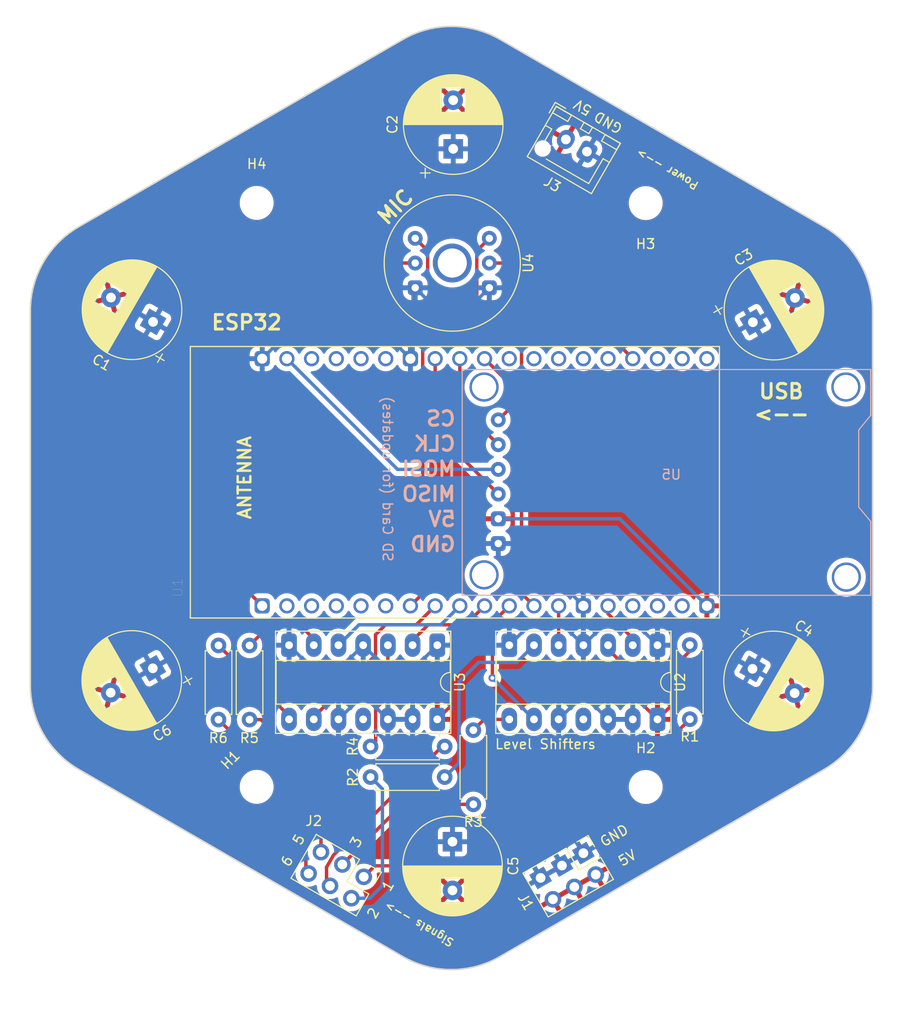
<source format=kicad_pcb>
(kicad_pcb (version 20221018) (generator pcbnew)
  (layers (0 "F.Cu" signal) (31 "B.Cu" signal) (34 "B.Paste" user) (35 "F.Paste" user) (36 "B.SilkS" user "B.Silkscreen") (37 "F.SilkS" user "F.Silkscreen") (38 "B.Mask" user) (39 "F.Mask" user) (44 "Edge.Cuts" user))
  (net 0 "")
  (net 1 "STRIP_2")
  (net 2 "STRIP_1")
  (net 3 "STRIP_3")
  (net 4 "STRIP_4")
  (net 5 "STRIP_5")
  (net 6 "STRIP_6")
  (net 7 "5V")
  (net 8 "GND")
  (net 9 "STRIP6_OUT")
  (net 10 "STRIP5_OUT")
  (net 11 "STRIP4_OUT")
  (net 12 "STRIP3_OUT")
  (net 13 "STRIP2_OUT")
  (net 14 "STRIP1_OUT")
  (net 15 "Net-(R1-Pad1)")
  (net 16 "Net-(R2-Pad1)")
  (net 17 "Net-(R3-Pad1)")
  (net 18 "Net-(R4-Pad1)")
  (net 19 "Net-(R5-Pad1)")
  (net 20 "Net-(R6-Pad1)")
  (net 21 "Net-(U2-Pad11)")
  (net 22 "WS")
  (net 23 "SD")
  (net 24 "3v3")
  (net 25 "MISO")
  (net 26 "CLK")
  (net 27 "MOSI")
  (net 28 "CS")
  (net 29 "MIC_SCK")
  (net 30 "Net-(U3-Pad11)")
  (net 31 "Net-(U1-Pad38)")
  (net 32 "Net-(U1-Pad37)")
  (net 33 "Net-(U1-Pad36)")
  (net 34 "Net-(U1-Pad34)")
  (net 35 "Net-(U1-Pad33)")
  (net 36 "Net-(U1-Pad32)")
  (net 37 "Net-(U1-Pad31)")
  (net 38 "Net-(U1-Pad30)")
  (net 39 "Net-(U1-Pad25)")
  (net 40 "Net-(U1-Pad24)")
  (net 41 "Net-(U1-Pad23)")
  (net 42 "Net-(U1-Pad22)")
  (net 43 "Net-(U1-Pad18)")
  (net 44 "Net-(U1-Pad17)")
  (net 45 "Net-(U1-Pad16)")
  (net 46 "Net-(U1-Pad6)")
  (net 47 "Net-(U1-Pad5)")
  (net 48 "Net-(U1-Pad4)")
  (net 49 "Net-(U1-Pad3)")
  (net 50 "Net-(U1-Pad2)")
  (footprint "Connector_PinHeader_2.54mm:PinHeader_2x03_P2.54mm_Vertical" (layer "F.Cu") (at 129.27 139.18 -120)
    (fp_text reference "J2" (at -2.400986 7.321371) (layer "F.SilkS"))
    (fp_text value "Conn_02x03_Counter_Clockwise")
    (pad "1" thru_hole circle (at 0 0 240) (size 1.7 1.7) (drill 1) (layers "*.Cu" "*.Mask") (net 14 "STRIP1_OUT"))
    (pad "2" thru_hole oval (at 2.54 0 240) (size 1.7 1.7) (drill 1) (layers "*.Cu" "*.Mask") (net 13 "STRIP2_OUT"))
    (pad "3" thru_hole oval (at 0 2.54 240) (size 1.7 1.7) (drill 1) (layers "*.Cu" "*.Mask") (net 12 "STRIP3_OUT"))
    (pad "4" thru_hole oval (at 2.54 2.54 240) (size 1.7 1.7) (drill 1) (layers "*.Cu" "*.Mask") (net 11 "STRIP4_OUT"))
    (pad "5" thru_hole oval (at 0 5.08 240) (size 1.7 1.7) (drill 1) (layers "*.Cu" "*.Mask") (net 10 "STRIP5_OUT"))
    (pad "6" thru_hole oval (at 2.54 5.08 240) (size 1.7 1.7) (drill 1) (layers "*.Cu" "*.Mask") (net 9 "STRIP6_OUT"))
  )
  (footprint "Resistor_THT:R_Axial_DIN0207_L6.3mm_D2.5mm_P7.62mm_Horizontal" (layer "F.Cu") (at 162.79368 115.36172 -90)
    (fp_text reference "R1" (at 9.398 0 180) (layer "F.SilkS"))
    (fp_text value "4,7k")
    (pad "1" thru_hole circle (at 0 0 270) (size 1.6 1.6) (drill 0.8) (layers "*.Cu" "*.Mask") (net 15 "Net-(R1-Pad1)"))
    (pad "2" thru_hole oval (at 7.62 0 270) (size 1.6 1.6) (drill 0.8) (layers "*.Cu" "*.Mask") (net 14 "STRIP1_OUT"))
  )
  (footprint "Resistor_THT:R_Axial_DIN0207_L6.3mm_D2.5mm_P7.62mm_Horizontal" (layer "F.Cu") (at 137.59 128.93 180)
    (fp_text reference "R2" (at 9.44 -0.01 270) (layer "F.SilkS"))
    (fp_text value "4,7k")
    (pad "1" thru_hole circle (at 0 0 180) (size 1.6 1.6) (drill 0.8) (layers "*.Cu" "*.Mask") (net 16 "Net-(R2-Pad1)"))
    (pad "2" thru_hole oval (at 7.62 0 180) (size 1.6 1.6) (drill 0.8) (layers "*.Cu" "*.Mask") (net 13 "STRIP2_OUT"))
  )
  (footprint "Resistor_THT:R_Axial_DIN0207_L6.3mm_D2.5mm_P7.62mm_Horizontal" (layer "F.Cu") (at 140.5382 124.10948 -90)
    (fp_text reference "R3" (at 9.42 0.01 180) (layer "F.SilkS"))
    (fp_text value "4,7k")
    (pad "1" thru_hole circle (at 0 0 270) (size 1.6 1.6) (drill 0.8) (layers "*.Cu" "*.Mask") (net 17 "Net-(R3-Pad1)"))
    (pad "2" thru_hole oval (at 7.62 0 270) (size 1.6 1.6) (drill 0.8) (layers "*.Cu" "*.Mask") (net 12 "STRIP3_OUT"))
  )
  (footprint "Resistor_THT:R_Axial_DIN0207_L6.3mm_D2.5mm_P7.62mm_Horizontal" (layer "F.Cu") (at 129.97 125.79)
    (fp_text reference "R4" (at -1.84 0 -90) (layer "F.SilkS"))
    (fp_text value "4,7k")
    (pad "1" thru_hole circle (at 0 0) (size 1.6 1.6) (drill 0.8) (layers "*.Cu" "*.Mask") (net 18 "Net-(R4-Pad1)"))
    (pad "2" thru_hole oval (at 7.62 0) (size 1.6 1.6) (drill 0.8) (layers "*.Cu" "*.Mask") (net 11 "STRIP4_OUT"))
  )
  (footprint "Connector_JST:JST_XH_B2B-XH-AM_1x02_P2.50mm_Vertical" (layer "F.Cu") (at 150.05 63.41 -30)
    (fp_text reference "J3" (at 1.087564 4.683717 150) (layer "F.SilkS"))
    (fp_text value "Conn_02x01")
    (pad "" np_thru_hole circle (at -1.6 2 330) (size 1.2 1.2) (drill 1.2) (layers "*.Cu" "*.Mask"))
    (pad "1" thru_hole oval (at 0 0 330) (size 1.7 2) (drill 1) (layers "*.Cu" "*.Mask") (net 7 "5V"))
    (pad "2" thru_hole roundrect (at 2.5 0 330) (size 1.7 2) (drill 1) (layers "*.Cu" "*.Mask") (net 8 "GND"))
  )
  (footprint "inmp441:inmp441" (layer "F.Cu") (at 138.37 76.11 90)
    (fp_text reference "U4" (at 0 7.82 270) (layer "F.SilkS"))
    (fp_text value "INMP441")
    (pad "" np_thru_hole circle (at 0 0 90) (size 4 4) (drill 3) (layers "*.Cu" "*.Mask"))
    (pad "1" thru_hole roundrect (at -2.54 -3.81 90) (size 1.524 1.524) (drill 0.762) (layers "*.Cu" "*.Mask") (net 8 "GND"))
    (pad "2" thru_hole circle (at 0 -3.81 90) (size 1.524 1.524) (drill 0.762) (layers "*.Cu" "*.Mask") (net 24 "3v3"))
    (pad "3" thru_hole circle (at 2.54 -3.81 90) (size 1.524 1.524) (drill 0.762) (layers "*.Cu" "*.Mask") (net 23 "SD"))
    (pad "4" thru_hole roundrect (at -2.54 3.81 90) (size 1.524 1.524) (drill 0.762) (layers "*.Cu" "*.Mask") (net 8 "GND"))
    (pad "5" thru_hole circle (at 0 3.81 90) (size 1.524 1.524) (drill 0.762) (layers "*.Cu" "*.Mask") (net 22 "WS"))
    (pad "6" thru_hole circle (at 2.54 3.81 180) (size 1.524 1.524) (drill 0.762) (layers "*.Cu" "*.Mask") (net 29 "MIC_SCK"))
  )
  (footprint "Capacitor_THT:CP_Radial_D10.0mm_P5.00mm" (layer "F.Cu") (at 138.3919 135.5725 -90)
    (fp_text reference "C5" (at 2.5 -6.25 90) (layer "F.SilkS"))
    (fp_text value "C")
    (pad "1" thru_hole rect (at 0 0 270) (size 2 2) (drill 1) (layers "*.Cu" "*.Mask") (net 8 "GND"))
    (pad "2" thru_hole circle (at 5 0 270) (size 2 2) (drill 1) (layers "*.Cu" "*.Mask") (net 7 "5V"))
  )
  (footprint "Connector_PinHeader_2.54mm:PinHeader_2x03_P2.54mm_Vertical" (layer "F.Cu") (at 151.85 136.75 -60)
    (fp_text reference "J1" (at 1.378787 7.63187 120) (layer "F.SilkS"))
    (fp_text value "Conn_02x03_Counter_Clockwise")
    (pad "1" thru_hole rect (at 0 0 300) (size 1.7 1.7) (drill 1) (layers "*.Cu" "*.Mask") (net 8 "GND"))
    (pad "2" thru_hole oval (at 2.54 0 300) (size 1.7 1.7) (drill 1) (layers "*.Cu" "*.Mask") (net 7 "5V"))
    (pad "3" thru_hole rect (at 0 2.54 300) (size 1.7 1.7) (drill 1) (layers "*.Cu" "*.Mask") (net 8 "GND"))
    (pad "4" thru_hole oval (at 2.54 2.54 300) (size 1.7 1.7) (drill 1) (layers "*.Cu" "*.Mask") (net 7 "5V"))
    (pad "5" thru_hole rect (at 0 5.08 300) (size 1.7 1.7) (drill 1) (layers "*.Cu" "*.Mask") (net 8 "GND"))
    (pad "6" thru_hole oval (at 2.54 5.08 300) (size 1.7 1.7) (drill 1) (layers "*.Cu" "*.Mask") (net 7 "5V"))
  )
  (footprint "MountingHole:MountingHole_3mm" (layer "F.Cu") (at 118.26 129.93)
    (fp_text reference "H1" (at -2.7 -2.77 45) (layer "F.SilkS"))
    (fp_text value "MountingHole")
    (pad "" np_thru_hole circle (at 0 0) (size 3 3) (drill 3) (layers "*.Cu" "*.Mask"))
  )
  (footprint "MountingHole:MountingHole_3mm" (layer "F.Cu") (at 158.26 129.95)
    (fp_text reference "H2" (at 0 -4) (layer "F.SilkS"))
    (fp_text value "MountingHole")
    (pad "" np_thru_hole circle (at 0 0) (size 3 3) (drill 3) (layers "*.Cu" "*.Mask"))
  )
  (footprint "MountingHole:MountingHole_3mm" (layer "F.Cu") (at 158.26 69.95)
    (fp_text reference "H3" (at -0.01 4.2) (layer "F.SilkS"))
    (fp_text value "MountingHole")
    (pad "" np_thru_hole circle (at 0 0) (size 3 3) (drill 3) (layers "*.Cu" "*.Mask"))
  )
  (footprint "MountingHole:MountingHole_3mm" (layer "F.Cu") (at 118.26 69.93)
    (fp_text reference "H4" (at 0 -4) (layer "F.SilkS"))
    (fp_text value "MountingHole")
    (pad "" np_thru_hole circle (at 0 0) (size 3 3) (drill 3) (layers "*.Cu" "*.Mask"))
  )
  (footprint "Capacitor_THT:CP_Radial_D10.0mm_P5.00mm" (layer "F.Cu") (at 169.2783 82.19186 30)
    (fp_text reference "C3" (at 2.5 -6.25 30) (layer "F.SilkS"))
    (fp_text value "C")
    (pad "1" thru_hole rect (at 0 0 30) (size 2 2) (drill 1) (layers "*.Cu" "*.Mask") (net 8 "GND"))
    (pad "2" thru_hole circle (at 5 0 30) (size 2 2) (drill 1) (layers "*.Cu" "*.Mask") (net 7 "5V"))
  )
  (footprint "Capacitor_THT:CP_Radial_D10.0mm_P5.00mm" (layer "F.Cu") (at 138.4681 64.3763 90)
    (fp_text reference "C2" (at 2.5 -6.25 90) (layer "F.SilkS"))
    (fp_text value "C")
    (pad "1" thru_hole rect (at 0 0 90) (size 2 2) (drill 1) (layers "*.Cu" "*.Mask") (net 8 "GND"))
    (pad "2" thru_hole circle (at 5 0 90) (size 2 2) (drill 1) (layers "*.Cu" "*.Mask") (net 7 "5V"))
  )
  (footprint "Capacitor_THT:CP_Radial_D10.0mm_P5.00mm" (layer "F.Cu") (at 169.2402 117.8052 -30)
    (fp_text reference "C4" (at 2.5 -6.25 150) (layer "F.SilkS"))
    (fp_text value "C")
    (pad "1" thru_hole rect (at 0 0 330) (size 2 2) (drill 1) (layers "*.Cu" "*.Mask") (net 8 "GND"))
    (pad "2" thru_hole circle (at 5 0 330) (size 2 2) (drill 1) (layers "*.Cu" "*.Mask") (net 7 "5V"))
  )
  (footprint "Capacitor_THT:CP_Radial_D10.0mm_P5.00mm" (layer "F.Cu") (at 107.5817 117.7544 -150)
    (fp_text reference "C6" (at 2.500001 -6.25 30) (layer "F.SilkS"))
    (fp_text value "C")
    (pad "1" thru_hole rect (at 0 0 210) (size 2 2) (drill 1) (layers "*.Cu" "*.Mask") (net 8 "GND"))
    (pad "2" thru_hole circle (at 5 0 210) (size 2 2) (drill 1) (layers "*.Cu" "*.Mask") (net 7 "5V"))
  )
  (footprint "Capacitor_THT:CP_Radial_D10.0mm_P5.00mm" (layer "F.Cu") (at 107.6071 82.1563 150)
    (fp_text reference "C1" (at 2.5 -6.25 150) (layer "F.SilkS"))
    (fp_text value "C")
    (pad "1" thru_hole rect (at 0 0 150) (size 2 2) (drill 1) (layers "*.Cu" "*.Mask") (net 8 "GND"))
    (pad "2" thru_hole circle (at 5 0 150) (size 2 2) (drill 1) (layers "*.Cu" "*.Mask") (net 7 "5V"))
  )
  (footprint "Resistor_THT:R_Axial_DIN0207_L6.3mm_D2.5mm_P7.62mm_Horizontal" (layer "F.Cu") (at 114.33704 115.4 -90)
    (fp_text reference "R6" (at 9.514 0.02 180) (layer "F.SilkS"))
    (fp_text value "4,7k")
    (pad "1" thru_hole circle (at 0 0 270) (size 1.6 1.6) (drill 0.8) (layers "*.Cu" "*.Mask") (net 20 "Net-(R6-Pad1)"))
    (pad "2" thru_hole oval (at 7.62 0 270) (size 1.6 1.6) (drill 0.8) (layers "*.Cu" "*.Mask") (net 9 "STRIP6_OUT"))
  )
  (footprint "Resistor_THT:R_Axial_DIN0207_L6.3mm_D2.5mm_P7.62mm_Horizontal" (layer "F.Cu") (at 117.52704 115.404 -90)
    (fp_text reference "R5" (at 9.514 0.02 180) (layer "F.SilkS"))
    (fp_text value "4,7k")
    (pad "1" thru_hole circle (at 0 0 270) (size 1.6 1.6) (drill 0.8) (layers "*.Cu" "*.Mask") (net 19 "Net-(R5-Pad1)"))
    (pad "2" thru_hole oval (at 7.62 0 270) (size 1.6 1.6) (drill 0.8) (layers "*.Cu" "*.Mask") (net 10 "STRIP5_OUT"))
  )
  (footprint "Package_DIP:DIP-14_W7.62mm_Socket_LongPads" (layer "F.Cu") (at 159.47 115.38 -90)
    (fp_text reference "U2" (at 3.81 -2.33 90) (layer "F.SilkS"))
    (fp_text value "74HCT125")
    (pad "1" thru_hole roundrect (at 0 0 270) (size 2.4 1.6) (drill 0.8) (layers "*.Cu" "*.Mask") (net 8 "GND"))
    (pad "2" thru_hole oval (at 0 2.54 270) (size 2.4 1.6) (drill 0.8) (layers "*.Cu" "*.Mask") (net 2 "STRIP_1"))
    (pad "3" thru_hole oval (at 0 5.08 270) (size 2.4 1.6) (drill 0.8) (layers "*.Cu" "*.Mask") (net 15 "Net-(R1-Pad1)"))
    (pad "4" thru_hole oval (at 0 7.62 270) (size 2.4 1.6) (drill 0.8) (layers "*.Cu" "*.Mask") (net 8 "GND"))
    (pad "5" thru_hole oval (at 0 10.16 270) (size 2.4 1.6) (drill 0.8) (layers "*.Cu" "*.Mask") (net 1 "STRIP_2"))
    (pad "6" thru_hole oval (at 0 12.7 270) (size 2.4 1.6) (drill 0.8) (layers "*.Cu" "*.Mask") (net 16 "Net-(R2-Pad1)"))
    (pad "7" thru_hole roundrect (at 0 15.24 270) (size 2.4 1.6) (drill 0.8) (layers "*.Cu" "*.Mask") (net 8 "GND"))
    (pad "8" thru_hole oval (at 7.62 15.24 270) (size 2.4 1.6) (drill 0.8) (layers "*.Cu" "*.Mask") (net 17 "Net-(R3-Pad1)"))
    (pad "9" thru_hole oval (at 7.62 12.7 270) (size 2.4 1.6) (drill 0.8) (layers "*.Cu" "*.Mask") (net 3 "STRIP_3"))
    (pad "10" thru_hole oval (at 7.62 10.16 270) (size 2.4 1.6) (drill 0.8) (layers "*.Cu" "*.Mask") (net 8 "GND"))
    (pad "11" thru_hole oval (at 7.62 7.62 270) (size 2.4 1.6) (drill 0.8) (layers "*.Cu" "*.Mask") (net 21 "Net-(U2-Pad11)"))
    (pad "12" thru_hole oval (at 7.62 5.08 270) (size 2.4 1.6) (drill 0.8) (layers "*.Cu" "*.Mask") (net 8 "GND"))
    (pad "13" thru_hole oval (at 7.62 2.54 270) (size 2.4 1.6) (drill 0.8) (layers "*.Cu" "*.Mask") (net 8 "GND"))
    (pad "14" thru_hole roundrect (at 7.62 0 270) (size 2.4 1.6) (drill 0.8) (layers "*.Cu" "*.Mask") (net 7 "5V"))
  )
  (footprint "Package_DIP:DIP-14_W7.62mm_Socket_LongPads" (layer "F.Cu") (at 136.8298 115.37696 -90)
    (fp_text reference "U3" (at 3.81 -2.33 90) (layer "F.SilkS"))
    (fp_text value "74HCT125")
    (pad "1" thru_hole roundrect (at 0 0 270) (size 2.4 1.6) (drill 0.8) (layers "*.Cu" "*.Mask") (net 8 "GND"))
    (pad "2" thru_hole oval (at 0 2.54 270) (size 2.4 1.6) (drill 0.8) (layers "*.Cu" "*.Mask") (net 4 "STRIP_4"))
    (pad "3" thru_hole oval (at 0 5.08 270) (size 2.4 1.6) (drill 0.8) (layers "*.Cu" "*.Mask") (net 18 "Net-(R4-Pad1)"))
    (pad "4" thru_hole oval (at 0 7.62 270) (size 2.4 1.6) (drill 0.8) (layers "*.Cu" "*.Mask") (net 8 "GND"))
    (pad "5" thru_hole oval (at 0 10.16 270) (size 2.4 1.6) (drill 0.8) (layers "*.Cu" "*.Mask") (net 5 "STRIP_5"))
    (pad "6" thru_hole oval (at 0 12.7 270) (size 2.4 1.6) (drill 0.8) (layers "*.Cu" "*.Mask") (net 19 "Net-(R5-Pad1)"))
    (pad "7" thru_hole roundrect (at 0 15.24 270) (size 2.4 1.6) (drill 0.8) (layers "*.Cu" "*.Mask") (net 8 "GND"))
    (pad "8" thru_hole oval (at 7.62 15.24 270) (size 2.4 1.6) (drill 0.8) (layers "*.Cu" "*.Mask") (net 20 "Net-(R6-Pad1)"))
    (pad "9" thru_hole oval (at 7.62 12.7 270) (size 2.4 1.6) (drill 0.8) (layers "*.Cu" "*.Mask") (net 6 "STRIP_6"))
    (pad "10" thru_hole oval (at 7.62 10.16 270) (size 2.4 1.6) (drill 0.8) (layers "*.Cu" "*.Mask") (net 8 "GND"))
    (pad "11" thru_hole oval (at 7.62 7.62 270) (size 2.4 1.6) (drill 0.8) (layers "*.Cu" "*.Mask") (net 30 "Net-(U3-Pad11)"))
    (pad "12" thru_hole oval (at 7.62 5.08 270) (size 2.4 1.6) (drill 0.8) (layers "*.Cu" "*.Mask") (net 8 "GND"))
    (pad "13" thru_hole oval (at 7.62 2.54 270) (size 2.4 1.6) (drill 0.8) (layers "*.Cu" "*.Mask") (net 8 "GND"))
    (pad "14" thru_hole roundrect (at 7.62 0 270) (size 2.4 1.6) (drill 0.8) (layers "*.Cu" "*.Mask") (net 7 "5V"))
  )
  (footprint "esp32-devkitd:MODULE_ESP32-DEVKITC-32D" (layer "F.Cu") (at 138.588 98.637 90)
    (fp_text reference "U1" (at -10.829175 -28.446045 90) (layer "F.SilkS") (effects (font (size 1.000386 1.000386) (thickness 0.015))))
    (fp_text value "ESP32-DEVKITC-32D")
    (pad "1" thru_hole roundrect (at -12.7 -19.76 90) (size 1.56 1.56) (drill 1.04) (layers "*.Cu" "*.Mask") (net 24 "3v3"))
    (pad "2" thru_hole circle (at -12.7 -17.22 90) (size 1.56 1.56) (drill 1.04) (layers "*.Cu" "*.Mask") (net 50 "Net-(U1-Pad2)"))
    (pad "3" thru_hole circle (at -12.7 -14.68 90) (size 1.56 1.56) (drill 1.04) (layers "*.Cu" "*.Mask") (net 49 "Net-(U1-Pad3)"))
    (pad "4" thru_hole circle (at -12.7 -12.14 90) (size 1.56 1.56) (drill 1.04) (layers "*.Cu" "*.Mask") (net 48 "Net-(U1-Pad4)"))
    (pad "5" thru_hole circle (at -12.7 -9.6 90) (size 1.56 1.56) (drill 1.04) (layers "*.Cu" "*.Mask") (net 47 "Net-(U1-Pad5)"))
    (pad "6" thru_hole circle (at -12.7 -7.06 90) (size 1.56 1.56) (drill 1.04) (layers "*.Cu" "*.Mask") (net 46 "Net-(U1-Pad6)"))
    (pad "7" thru_hole circle (at -12.7 -4.52 90) (size 1.56 1.56) (drill 1.04) (layers "*.Cu" "*.Mask") (net 23 "SD"))
    (pad "8" thru_hole circle (at -12.7 -1.98 90) (size 1.56 1.56) (drill 1.04) (layers "*.Cu" "*.Mask") (net 6 "STRIP_6"))
    (pad "9" thru_hole circle (at -12.7 0.56 90) (size 1.56 1.56) (drill 1.04) (layers "*.Cu" "*.Mask") (net 5 "STRIP_5"))
    (pad "10" thru_hole circle (at -12.7 3.1 90) (size 1.56 1.56) (drill 1.04) (layers "*.Cu" "*.Mask") (net 4 "STRIP_4"))
    (pad "11" thru_hole circle (at -12.7 5.64 90) (size 1.56 1.56) (drill 1.04) (layers "*.Cu" "*.Mask") (net 3 "STRIP_3"))
    (pad "12" thru_hole circle (at -12.7 8.18 90) (size 1.56 1.56) (drill 1.04) (layers "*.Cu" "*.Mask") (net 29 "MIC_SCK"))
    (pad "13" thru_hole circle (at -12.7 10.72 90) (size 1.56 1.56) (drill 1.04) (layers "*.Cu" "*.Mask") (net 1 "STRIP_2"))
    (pad "14" thru_hole roundrect (at -12.7 13.26 90) (size 1.56 1.56) (drill 1.04) (layers "*.Cu" "*.Mask") (net 8 "GND"))
    (pad "15" thru_hole circle (at -12.7 15.8 90) (size 1.56 1.56) (drill 1.04) (layers "*.Cu" "*.Mask") (net 2 "STRIP_1"))
    (pad "16" thru_hole circle (at -12.7 18.34 90) (size 1.56 1.56) (drill 1.04) (layers "*.Cu" "*.Mask") (net 45 "Net-(U1-Pad16)"))
    (pad "17" thru_hole circle (at -12.7 20.88 90) (size 1.56 1.56) (drill 1.04) (layers "*.Cu" "*.Mask") (net 44 "Net-(U1-Pad17)"))
    (pad "18" thru_hole circle (at -12.7 23.42 90) (size 1.56 1.56) (drill 1.04) (layers "*.Cu" "*.Mask") (net 43 "Net-(U1-Pad18)"))
    (pad "19" thru_hole roundrect (at -12.7 25.96 90) (size 1.56 1.56) (drill 1.04) (layers "*.Cu" "*.Mask") (net 7 "5V"))
    (pad "20" thru_hole roundrect (at 12.7 -19.76 90) (size 1.56 1.56) (drill 1.04) (layers "*.Cu" "*.Mask") (net 8 "GND"))
    (pad "21" thru_hole circle (at 12.7 -17.22 90) (size 1.56 1.56) (drill 1.04) (layers "*.Cu" "*.Mask") (net 27 "MOSI"))
    (pad "22" thru_hole circle (at 12.7 -14.68 90) (size 1.56 1.56) (drill 1.04) (layers "*.Cu" "*.Mask") (net 42 "Net-(U1-Pad22)"))
    (pad "23" thru_hole circle (at 12.7 -12.14 90) (size 1.56 1.56) (drill 1.04) (layers "*.Cu" "*.Mask") (net 41 "Net-(U1-Pad23)"))
    (pad "24" thru_hole circle (at 12.7 -9.6 90) (size 1.56 1.56) (drill 1.04) (layers "*.Cu" "*.Mask") (net 40 "Net-(U1-Pad24)"))
    (pad "25" thru_hole circle (at 12.7 -7.06 90) (size 1.56 1.56) (drill 1.04) (layers "*.Cu" "*.Mask") (net 39 "Net-(U1-Pad25)"))
    (pad "26" thru_hole roundrect (at 12.7 -4.52 90) (size 1.56 1.56) (drill 1.04) (layers "*.Cu" "*.Mask") (net 8 "GND"))
    (pad "27" thru_hole circle (at 12.7 -1.98 90) (size 1.56 1.56) (drill 1.04) (layers "*.Cu" "*.Mask") (net 25 "MISO"))
    (pad "28" thru_hole circle (at 12.7 0.56 90) (size 1.56 1.56) (drill 1.04) (layers "*.Cu" "*.Mask") (net 26 "CLK"))
    (pad "29" thru_hole circle (at 12.7 3.1 90) (size 1.56 1.56) (drill 1.04) (layers "*.Cu" "*.Mask") (net 28 "CS"))
    (pad "30" thru_hole circle (at 12.7 5.64 90) (size 1.56 1.56) (drill 1.04) (layers "*.Cu" "*.Mask") (net 38 "Net-(U1-Pad30)"))
    (pad "31" thru_hole circle (at 12.7 8.18 90) (size 1.56 1.56) (drill 1.04) (layers "*.Cu" "*.Mask") (net 37 "Net-(U1-Pad31)"))
    (pad "32" thru_hole circle (at 12.7 10.72 90) (size 1.56 1.56) (drill 1.04) (layers "*.Cu" "*.Mask") (net 36 "Net-(U1-Pad32)"))
    (pad "33" thru_hole circle (at 12.7 13.26 90) (size 1.56 1.56) (drill 1.04) (layers "*.Cu" "*.Mask") (net 35 "Net-(U1-Pad33)"))
    (pad "34" thru_hole circle (at 12.7 15.8 90) (size 1.56 1.56) (drill 1.04) (layers "*.Cu" "*.Mask") (net 34 "Net-(U1-Pad34)"))
    (pad "35" thru_hole circle (at 12.7 18.34 90) (size 1.56 1.56) (drill 1.04) (layers "*.Cu" "*.Mask") (net 22 "WS"))
    (pad "36" thru_hole circle (at 12.7 20.88 90) (size 1.56 1.56) (drill 1.04) (layers "*.Cu" "*.Mask") (net 33 "Net-(U1-Pad36)"))
    (pad "37" thru_hole circle (at 12.7 23.42 90) (size 1.56 1.56) (drill 1.04) (layers "*.Cu" "*.Mask") (net 32 "Net-(U1-Pad37)"))
    (pad "38" thru_hole circle (at 12.7 25.96 90) (size 1.56 1.56) (drill 1.04) (layers "*.Cu" "*.Mask") (net 31 "Net-(U1-Pad38)"))
  )
  (footprint "kwmobile_sdcard_module:sdcard_module" (layer "B.Cu") (at 139.39 87.05)
    (fp_text reference "U5" (at 21.5 10.8 180) (layer "B.SilkS") (effects (justify mirror)))
    (fp_text value "sdcard_module")
    (pad "" np_thru_hole circle (at 2.25 1.8) (size 3 3) (drill 2.5) (layers "*.Cu" "*.Mask"))
    (pad "" np_thru_hole circle (at 2.25 21.1) (size 3 3) (drill 2.5) (layers "*.Cu" "*.Mask"))
    (pad "" np_thru_hole circle (at 39.45 1.8) (size 3 3) (drill 2.5) (layers "*.Cu" "*.Mask"))
    (pad "" np_thru_hole circle (at 39.497 21.336) (size 3 3) (drill 2.5) (layers "*.Cu" "*.Mask"))
    (pad "1" thru_hole roundrect (at 3.71 17.88) (size 1.524 1.524) (drill 0.762) (layers "*.Cu" "*.Mask") (net 8 "GND"))
    (pad "2" thru_hole roundrect (at 3.71 15.34) (size 1.524 1.524) (drill 0.762) (layers "*.Cu" "*.Mask") (net 7 "5V"))
    (pad "3" thru_hole circle (at 3.71 12.8) (size 1.524 1.524) (drill 0.762) (layers "*.Cu" "*.Mask") (net 25 "MISO"))
    (pad "4" thru_hole circle (at 3.71 10.26) (size 1.524 1.524) (drill 0.762) (layers "*.Cu" "*.Mask") (net 27 "MOSI"))
    (pad "5" thru_hole circle (at 3.71 7.72) (size 1.524 1.524) (drill 0.762) (layers "*.Cu" "*.Mask") (net 26 "CLK"))
    (pad "6" thru_hole circle (at 3.71 5.18) (size 1.524 1.524) (drill 0.762) (layers "*.Cu" "*.Mask") (net 28 "CS"))
  )
  (gr_line (start 143.291342 53.134995) (end 176.598655 72.38) (stroke (width 0.15)) (layer "Edge.Cuts"))
  (gr_line (start 99.989997 72.37) (end 133.3 53.13) (stroke (width 0.15)) (layer "Edge.Cuts"))
  (gr_line (start 94.99 119.494746) (end 94.99 81.020258) (stroke (width 0.15)) (layer "Edge.Cuts"))
  (gr_line (start 133.28 147.37) (end 99.981345 128.15) (stroke (width 0.15)) (layer "Edge.Cuts"))
  (gr_line (start 176.59 128.15) (end 143.271342 147.374995) (stroke (width 0.15)) (layer "Edge.Cuts"))
  (gr_arc (start 176.598655 72.38) (mid 180.252752 76.039582) (end 181.59 81.035254) (stroke (width 0.15)) (layer "Edge.Cuts"))
  (gr_arc (start 133.3 53.13) (mid 138.29634 51.79525) (end 143.291342 53.134995) (stroke (width 0.15)) (layer "Edge.Cuts"))
  (gr_arc (start 94.99 81.020258) (mid 96.332243 76.025926) (end 99.989997 72.37) (stroke (width 0.15)) (layer "Edge.Cuts"))
  (gr_arc (start 99.981345 128.15) (mid 96.327248 124.490418) (end 94.99 119.494746) (stroke (width 0.15)) (layer "Edge.Cuts"))
  (gr_arc (start 143.271342 147.374995) (mid 138.275002 148.709745) (end 133.28 147.37) (stroke (width 0.15)) (layer "Edge.Cuts"))
  (gr_arc (start 181.589997 119.499742) (mid 180.247754 124.494074) (end 176.59 128.15) (stroke (width 0.15)) (layer "Edge.Cuts"))
  (gr_line (start 181.59 81.035254) (end 181.589997 119.499742) (stroke (width 0.15)) (layer "Edge.Cuts"))
  (gr_text "Rafael Bachmann (March 2021)" (at 109.72 99.67 90) (layer "F.Cu") (effects (font (size 0.8 0.8))))
  (gr_text "why..." (at 168.62 129.21 30) (layer "F.Cu") (effects (font (size 1.5 1.5) (thickness 0.3))))
  (gr_text "Dodecahedron Controller" (at 98.02 99.67 90) (layer "F.Cu") (effects (font (size 1.5 1.5) (thickness 0.3))))
  (gr_text "oh, why..." (at 178.69 116.4 90) (layer "F.Cu") (effects (font (size 1.5 1.5) (thickness 0.3))))
  (gr_text "...hexagonal?" (at 126.29 60.11 -150) (layer "F.Cu") (effects (font (size 1.5 1.5) (thickness 0.3))))
  (gr_text "I wonder -" (at 110.66 131.45 -30) (layer "F.Cu") (effects (font (size 1.5 1.5) (thickness 0.3))))
  (gr_text "Revision 2" (at 101.61 99.67 90) (layer "F.Cu") (effects (font (size 1.5 1.5) (thickness 0.3))))
  (gr_text "github.com/barafael/dodeca-blink" (at 105.1 99.67 90) (layer "F.Cu") (effects (font (size 0.8 0.8))))
  (gr_text "github.com/barafael/dodeca-blink-pcb" (at 107.41 99.669999 90) (layer "F.Cu") (effects (font (size 0.8 0.8))))
  (gr_text "is this..." (at 171.67 72.01 150) (layer "F.Cu") (effects (font (size 1.5 1.5) (thickness 0.3))))
  (gr_text "MOSI" (at 135.95 97.26) (layer "B.SilkS") (effects (font (size 1.5 1.5) (thickness 0.3)) (justify mirror)))
  (gr_text "MISO" (at 135.95 99.84) (layer "B.SilkS") (effects (font (size 1.5 1.5) (thickness 0.3)) (justify mirror)))
  (gr_text "5V" (at 137.307143 102.42) (layer "B.SilkS") (effects (font (size 1.5 1.5) (thickness 0.3)) (justify mirror)))
  (gr_text "GND" (at 136.378571 105) (layer "B.SilkS") (effects (font (size 1.5 1.5) (thickness 0.3)) (justify mirror)))
  (gr_text "CLK" (at 136.557143 94.68) (layer "B.SilkS") (effects (font (size 1.5 1.5) (thickness 0.3)) (justify mirror)))
  (gr_text "CS" (at 137.2 92.1) (layer "B.SilkS") (effects (font (size 1.5 1.5) (thickness 0.3)) (justify mirror)))
  (gr_text "SD Card (for updates)" (at 131.72 98.3 -90) (layer "B.SilkS") (effects (font (size 1 1)) (justify mirror)))
  (gr_text "ESP32" (at 117.23 82.22) (layer "F.SilkS") (effects (font (size 1.5 1.5) (thickness 0.3))))
  (gr_text "2" (at 130.25 142.91 60) (layer "F.SilkS") (effects (font (size 1 1))))
  (gr_text "3" (at 128.5 135.62 60) (layer "F.SilkS") (effects (font (size 1 1))))
  (gr_text "5" (at 122.59 135.36 60) (layer "F.SilkS") (effects (font (size 1 1))))
  (gr_text "6" (at 121.39 137.56 60) (layer "F.SilkS") (effects (font (size 1 1))))
  (gr_text "Signals -->" (at 134.95 144.03 150) (layer "F.SilkS") (effects (font (size 0.8 0.8))))
  (gr_text "5V" (at 151.79 60.1 150) (layer "F.SilkS") (effects (font (size 1 1))))
  (gr_text "Power -->" (at 160.48 66.45 150) (layer "F.SilkS") (effects (font (size 0.8 0.8))))
  (gr_text "GND" (at 154.41 61.64 150) (layer "F.SilkS") (effects (font (size 1 1))))
  (gr_text "GND" (at 155.02 134.95 30) (layer "F.SilkS") (effects (font (size 1 1))))
  (gr_text "5V" (at 156.36 137.25 30) (layer "F.SilkS") (effects (font (size 1 1))))
  (gr_text "<--" (at 172.23 91.61) (layer "F.SilkS") (effects (font (size 1.5 1.5) (thickness 0.3))))
  (gr_text "ANTENNA" (at 117.0178 98.1583 90) (layer "F.SilkS") (effects (font (size 1.3 1.3) (thickness 0.25))))
  (gr_text "USB" (at 172.19 89.3) (layer "F.SilkS") (effects (font (size 1.5 1.5) (thickness 0.3))))
  (gr_text "1" (at 131.76 140.1 60) (layer "F.SilkS") (effects (font (size 1 1))))
  (gr_text "Level Shifters" (at 147.95 125.55) (layer "F.SilkS") (effects (font (size 1 1))))
  (gr_text "MIC" (at 132.52 70.35 45) (layer "F.SilkS") (effects (font (size 1.5 1.5) (thickness 0.3))))
  (segment (start 149.308 111.337) (end 149.308 115.378) (width 0.35) (layer "F.Cu") (net 1))
  (segment (start 149.308 115.378) (end 149.31 115.38) (width 0.35) (layer "F.Cu") (net 1))
  (segment (start 154.388 111.337) (end 154.388 112.15) (width 0.35) (layer "F.Cu") (net 2))
  (segment (start 156.93 114.692) (end 156.93 115.38) (width 0.35) (layer "F.Cu") (net 2))
  (segment (start 154.388 112.15) (end 156.93 114.692) (width 0.35) (layer "F.Cu") (net 2))
  (segment (start 142.494 113.071) (end 142.494 118.745) (width 0.35) (layer "F.Cu") (net 3))
  (segment (start 144.228 111.337) (end 142.494 113.071) (width 0.35) (layer "F.Cu") (net 3))
  (via (at 142.494 118.745) (size 0.8) (drill 0.4) (layers "F.Cu" "B.Cu") (net 3))
  (segment (start 146.77 123) (end 142.515 118.745) (width 0.35) (layer "B.Cu") (net 3))
  (segment (start 142.515 118.745) (end 142.494 118.745) (width 0.35) (layer "B.Cu") (net 3))
  (segment (start 135.889 113.284) (end 135.889 113.285) (width 0.35) (layer "F.Cu") (net 4))
  (segment (start 135.889 113.285) (end 134.29 114.884) (width 0.35) (layer "F.Cu") (net 4))
  (segment (start 141.688 111.337) (end 139.741 113.284) (width 0.35) (layer "F.Cu") (net 4))
  (segment (start 134.29 114.884) (end 134.29 115.39) (width 0.35) (layer "F.Cu") (net 4))
  (segment (start 139.741 113.284) (end 135.889 113.284) (width 0.35) (layer "F.Cu") (net 4))
  (segment (start 128.776 113.284) (end 137.201 113.284) (width 0.35) (layer "B.Cu") (net 5))
  (segment (start 126.67 115.39) (end 128.776 113.284) (width 0.35) (layer "B.Cu") (net 5))
  (segment (start 137.201 113.284) (end 139.148 111.337) (width 0.35) (layer "B.Cu") (net 5))
  (segment (start 131.496 113.284) (end 134.661 113.284) (width 0.35) (layer "F.Cu") (net 6))
  (segment (start 130.48 114.3) (end 131.496 113.284) (width 0.35) (layer "F.Cu") (net 6))
  (segment (start 124.13 122.757) (end 130.48 116.407) (width 0.35) (layer "F.Cu") (net 6))
  (segment (start 124.13 123.01) (end 124.13 122.757) (width 0.35) (layer "F.Cu") (net 6))
  (segment (start 134.661 113.284) (end 136.608 111.337) (width 0.35) (layer "F.Cu") (net 6))
  (segment (start 130.48 116.407) (end 130.48 114.3) (width 0.35) (layer "F.Cu") (net 6))
  (segment (start 164.548 117.922) (end 164.548 111.337) (width 0.35) (layer "F.Cu") (net 7))
  (segment (start 156.83 120.36) (end 159.47 123) (width 0.35) (layer "F.Cu") (net 7))
  (segment (start 159.47 123) (end 164.548 117.922) (width 0.35) (layer "F.Cu") (net 7))
  (segment (start 136.83 123.01) (end 139.48 120.36) (width 0.35) (layer "F.Cu") (net 7))
  (segment (start 139.48 120.36) (end 156.83 120.36) (width 0.35) (layer "F.Cu") (net 7))
  (segment (start 155.601 102.39) (end 164.548 111.337) (width 0.35) (layer "B.Cu") (net 7))
  (segment (start 143.1 102.39) (end 155.601 102.39) (width 0.35) (layer "B.Cu") (net 7))
  (segment (start 129.21 115.39) (end 130.9902 117.1702) (width 0.35) (layer "B.Cu") (net 8))
  (segment (start 153.819 113.411) (end 151.85 115.38) (width 0.35) (layer "B.Cu") (net 8))
  (segment (start 149.881 113.411) (end 151.85 115.38) (width 0.35) (layer "B.Cu") (net 8))
  (segment (start 121.59 115.39) (end 123.3702 117.1702) (width 0.35) (layer "B.Cu") (net 8))
  (segment (start 118.828 85.937) (end 121.453 83.312) (width 0.35) (layer "B.Cu") (net 8))
  (segment (start 146.199 113.411) (end 149.881 113.411) (width 0.35) (layer "B.Cu") (net 8))
  (segment (start 159.47 115.38) (end 157.501 113.411) (width 0.35) (layer "B.Cu") (net 8))
  (segment (start 121.453 83.312) (end 131.443 83.312) (width 0.35) (layer "B.Cu") (net 8))
  (segment (start 123.3702 117.1702) (end 127.4298 117.1702) (width 0.35) (layer "B.Cu") (net 8))
  (segment (start 145.441 104.93) (end 151.848 111.337) (width 0.35) (layer "B.Cu") (net 8))
  (segment (start 130.9902 117.1702) (end 135.0498 117.1702) (width 0.35) (layer "B.Cu") (net 8))
  (segment (start 134.068 85.937) (end 134.3406 85.6644) (width 0.35) (layer "B.Cu") (net 8))
  (segment (start 157.501 113.411) (end 153.819 113.411) (width 0.35) (layer "B.Cu") (net 8))
  (segment (start 151.85 120.46) (end 154.39 123) (width 0.35) (layer "B.Cu") (net 8))
  (segment (start 131.75 123.01) (end 134.29 123.01) (width 0.35) (layer "B.Cu") (net 8))
  (segment (start 142.18 78.65) (end 140.566 80.264) (width 0.35) (layer "B.Cu") (net 8))
  (segment (start 127.4298 117.1702) (end 129.21 115.39) (width 0.35) (layer "B.Cu") (net 8))
  (segment (start 151.85 120.46) (end 149.31 123) (width 0.35) (layer "B.Cu") (net 8))
  (segment (start 129.21 115.39) (end 129.21 120.47) (width 0.35) (layer "B.Cu") (net 8))
  (segment (start 144.23 115.38) (end 146.199 113.411) (width 0.35) (layer "B.Cu") (net 8))
  (segment (start 134.3406 78.8694) (end 134.56 78.65) (width 0.35) (layer "B.Cu") (net 8))
  (segment (start 151.85 115.38) (end 151.85 120.46) (width 0.35) (layer "B.Cu") (net 8))
  (segment (start 143.1 104.93) (end 145.441 104.93) (width 0.35) (layer "B.Cu") (net 8))
  (segment (start 136.83 115.39) (end 144.22 115.39) (width 0.35) (layer "B.Cu") (net 8))
  (segment (start 135.0498 117.1702) (end 136.83 115.39) (width 0.35) (layer "B.Cu") (net 8))
  (segment (start 136.174 80.264) (end 134.56 78.65) (width 0.35) (layer "B.Cu") (net 8))
  (segment (start 151.848 115.378) (end 151.85 115.38) (width 0.35) (layer "B.Cu") (net 8))
  (segment (start 154.39 123) (end 156.93 123) (width 0.35) (layer "B.Cu") (net 8))
  (segment (start 144.22 115.39) (end 144.23 115.38) (width 0.35) (layer "B.Cu") (net 8))
  (segment (start 129.21 120.47) (end 131.75 123.01) (width 0.35) (layer "B.Cu") (net 8))
  (segment (start 129.21 120.47) (end 126.67 123.01) (width 0.35) (layer "B.Cu") (net 8))
  (segment (start 134.068 85.937) (end 134.06 85.929) (width 0.25) (layer "B.Cu") (net 8))
  (segment (start 140.566 80.264) (end 136.174 80.264) (width 0.35) (layer "B.Cu") (net 8))
  (segment (start 134.3406 85.6644) (end 134.3406 78.8694) (width 0.35) (layer "B.Cu") (net 8))
  (segment (start 131.443 83.312) (end 134.068 85.937) (width 0.35) (layer "B.Cu") (net 8))
  (segment (start 151.848 111.337) (end 151.848 115.378) (width 0.35) (layer "B.Cu") (net 8))
  (segment (start 114.33704 123.02) (end 116.53904 125.222) (width 0.35) (layer "F.Cu") (net 9))
  (segment (start 123.317 138.556114) (end 123.600591 138.839705) (width 0.35) (layer "F.Cu") (net 9))
  (segment (start 123.317 129.921) (end 123.317 138.556114) (width 0.35) (layer "F.Cu") (net 9))
  (segment (start 116.53904 125.222) (end 118.618 125.222) (width 0.35) (layer "F.Cu") (net 9))
  (segment (start 118.618 125.222) (end 123.317 129.921) (width 0.35) (layer "F.Cu") (net 9))
  (segment (start 124.870591 129.203831) (end 124.870591 129.544591) (width 0.35) (layer "F.Cu") (net 10))
  (segment (start 118.69076 123.024) (end 124.870591 129.203831) (width 0.35) (layer "F.Cu") (net 10))
  (segment (start 124.870591 129.544591) (end 124.870591 136.64) (width 0.35) (layer "F.Cu") (net 10))
  (segment (start 117.52704 123.024) (end 118.69076 123.024) (width 0.35) (layer "F.Cu") (net 10))
  (segment (start 125.44425 139.75366) (end 125.800295 140.109705) (width 0.35) (layer "F.Cu") (net 11))
  (segment (start 125.44425 138.188936) (end 125.44425 139.75366) (width 0.35) (layer "F.Cu") (net 11))
  (segment (start 137.59 125.79) (end 137.459592 125.79) (width 0.35) (layer "F.Cu") (net 11))
  (segment (start 137.59 125.79) (end 137.32077 125.79) (width 0.35) (layer "F.Cu") (net 11))
  (segment (start 137.32077 125.79) (end 126.157885 136.952885) (width 0.35) (layer "F.Cu") (net 11))
  (segment (start 126.157885 136.952885) (end 125.44425 138.188936) (width 0.35) (layer "F.Cu") (net 11))
  (segment (start 127.070295 137.91) (end 133.250815 131.72948) (width 0.35) (layer "F.Cu") (net 12))
  (segment (start 133.250815 131.72948) (end 140.5382 131.72948) (width 0.35) (layer "F.Cu") (net 12))
  (segment (start 129.67 128.63) (end 129.97 128.93) (width 0.25) (layer "F.Cu") (net 13))
  (segment (start 131.191 140.081) (end 131.191 130.151) (width 0.35) (layer "B.Cu") (net 13))
  (segment (start 128 141.379705) (end 129.892295 141.379705) (width 0.35) (layer "B.Cu") (net 13))
  (segment (start 129.892295 141.379705) (end 131.191 140.081) (width 0.35) (layer "B.Cu") (net 13))
  (segment (start 131.191 130.151) (end 129.97 128.93) (width 0.35) (layer "B.Cu") (net 13))
  (segment (start 140.97 138.049) (end 153.289 125.73) (width 0.35) (layer "F.Cu") (net 14))
  (segment (start 160.0454 125.73) (end 162.79368 122.98172) (width 0.35) (layer "F.Cu") (net 14))
  (segment (start 129.2726 139.18) (end 130.4036 138.049) (width 0.35) (layer "F.Cu") (net 14))
  (segment (start 153.289 125.73) (end 160.0454 125.73) (width 0.35) (layer "F.Cu") (net 14))
  (segment (start 129.27 139.18) (end 129.2726 139.18) (width 0.35) (layer "F.Cu") (net 14))
  (segment (start 130.4036 138.049) (end 140.97 138.049) (width 0.35) (layer "F.Cu") (net 14))
  (segment (start 161.1757 117.602) (end 162.79368 115.98402) (width 0.35) (layer "F.Cu") (net 15))
  (segment (start 154.39 115.38) (end 154.39 115.782) (width 0.35) (layer "F.Cu") (net 15))
  (segment (start 156.21 117.602) (end 161.1757 117.602) (width 0.35) (layer "F.Cu") (net 15))
  (segment (start 154.39 115.782) (end 156.21 117.602) (width 0.35) (layer "F.Cu") (net 15))
  (segment (start 162.79368 115.98402) (end 162.79368 115.36172) (width 0.35) (layer "F.Cu") (net 15))
  (segment (start 139.065 119.1641) (end 139.065 127.455) (width 0.35) (layer "B.Cu") (net 16))
  (segment (start 145.0052 117.1448) (end 141.0843 117.1448) (width 0.35) (layer "B.Cu") (net 16))
  (segment (start 146.77 115.38) (end 145.0052 117.1448) (width 0.35) (layer "B.Cu") (net 16))
  (segment (start 139.065 127.455) (end 137.59 128.93) (width 0.35) (layer "B.Cu") (net 16))
  (segment (start 141.0843 117.1448) (end 139.065 119.1641) (width 0.35) (layer "B.Cu") (net 16))
  (segment (start 141.64768 123) (end 140.5382 124.10948) (width 0.35) (layer "F.Cu") (net 17))
  (segment (start 144.23 123) (end 141.64768 123) (width 0.35) (layer "F.Cu") (net 17))
  (segment (start 130.4925 121.8819) (end 130.4925 125.2675) (width 0.35) (layer "F.Cu") (net 18))
  (segment (start 131.75 120.6244) (end 130.4925 121.8819) (width 0.35) (layer "F.Cu") (net 18))
  (segment (start 131.75 115.39) (end 131.75 120.6244) (width 0.35) (layer "F.Cu") (net 18))
  (segment (start 130.4925 125.2675) (end 129.97 125.79) (width 0.35) (layer "F.Cu") (net 18))
  (segment (start 124.1298 114.7318) (end 124.1298 115.37696) (width 0.35) (layer "F.Cu") (net 19))
  (segment (start 117.52704 115.404) (end 119.64704 113.284) (width 0.35) (layer "F.Cu") (net 19))
  (segment (start 119.64704 113.284) (end 122.682 113.284) (width 0.35) (layer "F.Cu") (net 19))
  (segment (start 122.682 113.284) (end 124.1298 114.7318) (width 0.35) (layer "F.Cu") (net 19))
  (segment (start 114.33704 115.4) (end 121.59 122.65296) (width 0.35) (layer "F.Cu") (net 20))
  (segment (start 121.59 122.65296) (end 121.59 123.01) (width 0.35) (layer "F.Cu") (net 20))
  (segment (start 142.18 76.11) (end 147.101 76.11) (width 0.35) (layer "F.Cu") (net 22))
  (segment (start 147.101 76.11) (end 156.928 85.937) (width 0.35) (layer "F.Cu") (net 22))
  (segment (start 136.7663 78.3971) (end 136.7663 83.0453) (width 0.35) (layer "F.Cu") (net 23))
  (segment (start 136.7663 83.0453) (end 135.3312 84.4804) (width 0.35) (layer "F.Cu") (net 23))
  (segment (start 135.3312 110.0738) (end 134.068 111.337) (width 0.35) (layer "F.Cu") (net 23))
  (segment (start 135.3312 84.4804) (end 135.3312 110.0738) (width 0.35) (layer "F.Cu") (net 23))
  (segment (start 135.8392 74.8492) (end 135.8392 77.47) (width 0.35) (layer "F.Cu") (net 23))
  (segment (start 134.56 73.57) (end 135.8392 74.8492) (width 0.35) (layer "F.Cu") (net 23))
  (segment (start 135.8392 77.47) (end 136.7663 78.3971) (width 0.35) (layer "F.Cu") (net 23))
  (segment (start 118.828 111.337) (end 115.7986 108.3076) (width 0.35) (layer "F.Cu") (net 24))
  (segment (start 124.1563 76.11) (end 115.7986 84.4677) (width 0.35) (layer "F.Cu") (net 24))
  (segment (start 134.56 76.11) (end 124.1563 76.11) (width 0.35) (layer "F.Cu") (net 24))
  (segment (start 115.7986 108.3076) (end 115.7986 84.4677) (width 0.35) (layer "F.Cu") (net 24))
  (segment (start 136.608 93.358) (end 143.1 99.85) (width 0.35) (layer "F.Cu") (net 25))
  (segment (start 136.608 85.937) (end 136.608 93.358) (width 0.35) (layer "F.Cu") (net 25))
  (segment (start 139.148 85.937) (end 139.148 90.818) (width 0.35) (layer "F.Cu") (net 26))
  (segment (start 139.148 90.818) (end 143.1 94.77) (width 0.35) (layer "F.Cu") (net 26))
  (segment (start 121.368 85.937) (end 132.741 97.31) (width 0.35) (layer "B.Cu") (net 27))
  (segment (start 132.741 97.31) (end 143.1 97.31) (width 0.35) (layer "B.Cu") (net 27))
  (segment (start 144.145 88.392) (end 144.145 91.185) (width 0.35) (layer "F.Cu") (net 28))
  (segment (start 141.688 85.937) (end 141.69 85.937) (width 0.35) (layer "F.Cu") (net 28))
  (segment (start 144.145 91.185) (end 143.1 92.23) (width 0.35) (layer "F.Cu") (net 28))
  (segment (start 141.69 85.937) (end 144.145 88.392) (width 0.35) (layer "F.Cu") (net 28))
  (segment (start 145.4912 110.0602) (end 146.768 111.337) (width 0.35) (layer "F.Cu") (net 29))
  (segment (start 140.8938 80.518) (end 145.4912 85.1154) (width 0.35) (layer "F.Cu") (net 29))
  (segment (start 140.8938 74.8562) (end 140.8938 80.518) (width 0.35) (layer "F.Cu") (net 29))
  (segment (start 145.4912 85.1154) (end 145.4912 110.0602) (width 0.35) (layer "F.Cu") (net 29))
  (segment (start 142.18 73.57) (end 140.8938 74.8562) (width 0.35) (layer "F.Cu") (net 29))
  (zone (net 7) (net_name "5V") (layer "F.Cu") (connect_pads (clearance 0.508)) (min_thickness 0.254) (fill yes (thermal_gap 0.508) (thermal_bridge_width 0.508))
    (polygon (pts (xy 184.2 154.32) (xy 91.87 154.32) (xy 91.87 49.08) (xy 184.2 49.08)))
  )
  (zone (net 8) (net_name "GND") (layer "B.Cu") (connect_pads (clearance 0.508)) (min_thickness 0.254) (fill yes (thermal_gap 0.508) (thermal_bridge_width 0.508))
    (polygon (pts (xy 184.2 154.32) (xy 91.87 154.32) (xy 91.87 49.08) (xy 184.2 49.08)))
  )
)
</source>
